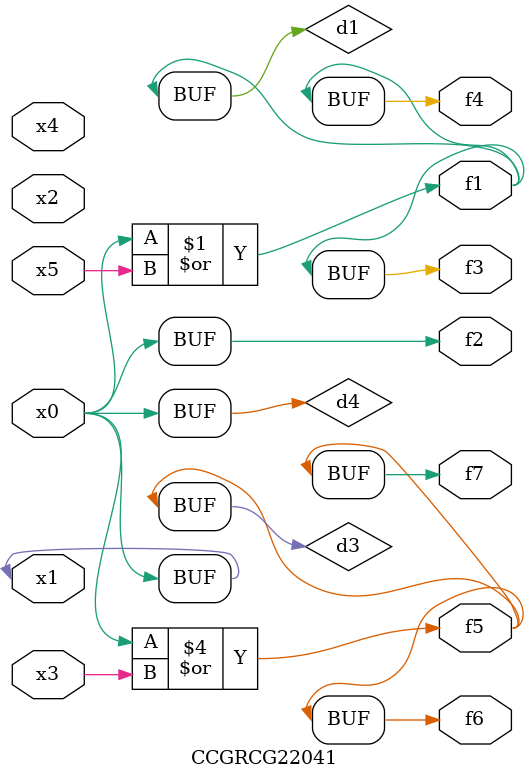
<source format=v>
module CCGRCG22041(
	input x0, x1, x2, x3, x4, x5,
	output f1, f2, f3, f4, f5, f6, f7
);

	wire d1, d2, d3, d4;

	or (d1, x0, x5);
	xnor (d2, x1, x4);
	or (d3, x0, x3);
	buf (d4, x0, x1);
	assign f1 = d1;
	assign f2 = d4;
	assign f3 = d1;
	assign f4 = d1;
	assign f5 = d3;
	assign f6 = d3;
	assign f7 = d3;
endmodule

</source>
